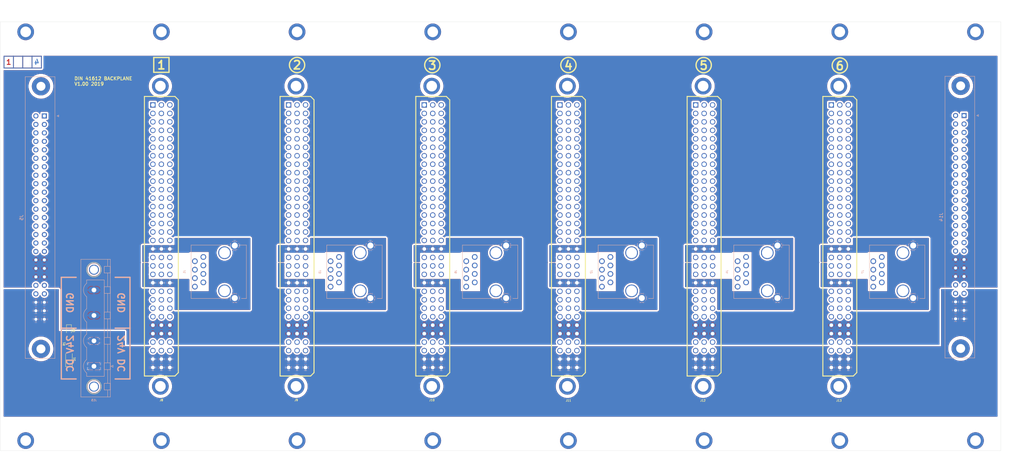
<source format=kicad_pcb>
(kicad_pcb (version 20240108) (generator "pcbnew") (generator_version "8.0")
  (layers (0 "F.Cu" power "GND_TOP") (1 "In1.Cu" signal "Signal") (2 "In2.Cu" power "Power") (31 "B.Cu" power "GND_BOTTOM") (34 "B.Paste" user) (35 "F.Paste" user) (36 "B.SilkS" user "B.Silkscreen") (37 "F.SilkS" user "F.Silkscreen") (38 "B.Mask" user) (39 "F.Mask" user) (44 "Edge.Cuts" user))
  (net 0 "")
  (net 1 "Net-(D1-Pad2)")
  (net 2 "+24V")
  (net 3 "Net-(D2-Pad2)")
  (net 4 "GNDPWR")
  (net 5 "/RX1-")
  (net 6 "/RX1+")
  (net 7 "/TX1-")
  (net 8 "/TX1+")
  (net 9 "GND1")
  (net 10 "/RX4-")
  (net 11 "/RX4+")
  (net 12 "/TX4-")
  (net 13 "/TX4+")
  (net 14 "GND4")
  (net 15 "/RX2-")
  (net 16 "/RX2+")
  (net 17 "/TX2-")
  (net 18 "/TX2+")
  (net 19 "GND2")
  (net 20 "/RX5-")
  (net 21 "/RX5+")
  (net 22 "/TX5-")
  (net 23 "/TX5+")
  (net 24 "GND5")
  (net 25 "/M")
  (net 26 "/L")
  (net 27 "/K")
  (net 28 "/I")
  (net 29 "/H")
  (net 30 "/G")
  (net 31 "/F")
  (net 32 "/E")
  (net 33 "/D")
  (net 34 "/C")
  (net 35 "/B")
  (net 36 "/A")
  (net 37 "/RX3-")
  (net 38 "/RX3+")
  (net 39 "/TX3-")
  (net 40 "/TX3+")
  (net 41 "GND3")
  (net 42 "/RX6-")
  (net 43 "/RX6+")
  (net 44 "/TX6-")
  (net 45 "/TX6+")
  (net 46 "GND6")
  (net 47 "/TRG_GND")
  (net 48 "/TRG_SIG")
  (footprint "Diode_SMD:D_SOD-123" (layer "F.Cu") (at 89.916 173.482 90)
    (property "Reference" "D1")
    (property "Value" "MMSZ5249B-E3-18")
  )
  (footprint "LED_SMD:LED_0603_1608Metric_Pad1.05x0.95mm_HandSolder" (layer "F.Cu") (at 89.916 164.846 -90)
    (property "Reference" "D2")
    (property "Value" "RED")
  )
  (footprint "MountingHole:MountingHole_3.2mm_M3_DIN965_Pad" (layer "F.Cu") (at 158.242 197.9295)
    (property "Reference" "H4")
    (property "Value" "MountingHole")
  )
  (footprint "DIN41612_Backplane:C96ABC" (layer "F.Cu") (at 158.242 136.652 -90)
    (property "Reference" "J9")
    (property "Value" "5535090-4")
  )
  (footprint "DIN41612_Backplane:C96ABC" (layer "F.Cu") (at 198.882 136.652 -90)
    (property "Reference" "J10")
    (property "Value" "5535090-4")
  )
  (footprint "DIN41612_Backplane:C96ABC" (layer "F.Cu") (at 239.522 136.652 -90)
    (property "Reference" "J11")
    (property "Value" "5535090-4")
  )
  (footprint "DIN41612_Backplane:C96ABC" (layer "F.Cu") (at 280.162 136.652 -90)
    (property "Reference" "J12")
    (property "Value" "5535090-4")
  )
  (footprint "DIN41612_Backplane:C96ABC" (layer "F.Cu") (at 320.802 136.652 -90)
    (property "Reference" "J13")
    (property "Value" "5535090-4")
  )
  (footprint "Resistor_SMD:R_0603_1608Metric_Pad1.05x0.95mm_HandSolder" (layer "F.Cu") (at 89.916 168.91 90)
    (property "Reference" "R1")
    (property "Value" "370")
  )
  (footprint "MountingHole:MountingHole_3.2mm_M3_DIN965_Pad" (layer "F.Cu") (at 158.242 75.3745)
    (property "Reference" "H3")
    (property "Value" "MountingHole")
  )
  (footprint "MountingHole:MountingHole_3.2mm_M3_DIN965_Pad" (layer "F.Cu") (at 198.882 75.3745)
    (property "Reference" "H5")
    (property "Value" "MountingHole")
  )
  (footprint "MountingHole:MountingHole_3.2mm_M3_DIN965_Pad" (layer "F.Cu") (at 198.882 197.9295)
    (property "Reference" "H6")
    (property "Value" "MountingHole")
  )
  (footprint "MountingHole:MountingHole_3.2mm_M3_DIN965_Pad" (layer "F.Cu") (at 239.522 75.3745)
    (property "Reference" "H7")
    (property "Value" "MountingHole")
  )
  (footprint "MountingHole:MountingHole_3.2mm_M3_DIN965_Pad" (layer "F.Cu") (at 239.522 197.9295)
    (property "Reference" "H8")
    (property "Value" "MountingHole")
  )
  (footprint "MountingHole:MountingHole_3.2mm_M3_DIN965_Pad" (layer "F.Cu") (at 280.162 197.9295)
    (property "Reference" "H10")
    (property "Value" "MountingHole")
  )
  (footprint "MountingHole:MountingHole_3.2mm_M3_DIN965_Pad" (layer "F.Cu") (at 280.162 75.3745)
    (property "Reference" "H9")
    (property "Value" "MountingHole")
  )
  (footprint "MountingHole:MountingHole_3.2mm_M3_DIN965_Pad" (layer "F.Cu") (at 76.962 197.9295)
    (property "Reference" "H16")
    (property "Value" "MountingHole")
  )
  (footprint "DIN41612_Backplane:C96ABC" (layer "F.Cu") (at 117.602 136.652 -90)
    (property "Reference" "J8")
    (property "Value" "5535090-4")
  )
  (footprint "MountingHole:MountingHole_3.2mm_M3_DIN965_Pad" (layer "F.Cu") (at 320.802 197.9295)
    (property "Reference" "H12")
    (property "Value" "MountingHole")
  )
  (footprint "MountingHole:MountingHole_3.2mm_M3_DIN965_Pad" (layer "F.Cu") (at 117.602 197.9295)
    (property "Reference" "H2")
    (property "Value" "MountingHole")
  )
  (footprint "MountingHole:MountingHole_3.2mm_M3_DIN965_Pad" (layer "F.Cu") (at 117.602 75.3745)
    (property "Reference" "H1")
    (property "Value" "MountingHole")
  )
  (footprint "MountingHole:MountingHole_3.2mm_M3_DIN965_Pad" (layer "F.Cu") (at 76.962 75.3745)
    (property "Reference" "H14")
    (property "Value" "MountingHole")
  )
  (footprint "MountingHole:MountingHole_3.2mm_M3_DIN965_Pad" (layer "F.Cu") (at 361.442 197.9295)
    (property "Reference" "H15")
    (property "Value" "MountingHole")
  )
  (footprint "MountingHole:MountingHole_3.2mm_M3_DIN965_Pad" (layer "F.Cu") (at 361.442 75.3745)
    (property "Reference" "H13")
    (property "Value" "MountingHole")
  )
  (footprint "MountingHole:MountingHole_3.2mm_M3_DIN965_Pad" (layer "F.Cu") (at 320.802 75.3745)
    (property "Reference" "H11")
    (property "Value" "MountingHole")
  )
  (footprint "DIN41612_Backplane:615008138221" (layer "B.Cu") (at 132.08 147.32 -90)
    (property "Reference" "J1")
    (property "Value" "615008138221")
  )
  (footprint "DIN41612_Backplane:615008138221" (layer "B.Cu") (at 254 147.32 -90)
    (property "Reference" "J2")
    (property "Value" "615008138221")
  )
  (footprint "DIN41612_Backplane:615008138221" (layer "B.Cu") (at 172.72 147.32 -90)
    (property "Reference" "J3")
    (property "Value" "615008138221")
  )
  (footprint "DIN41612_Backplane:615008138221" (layer "B.Cu") (at 294.64 147.32 -90)
    (property "Reference" "J4")
    (property "Value" "615008138221")
  )
  (footprint "Connector_IDC:IDC-Header_2x25_P2.54mm_Vertical_Lock" (layer "B.Cu") (at 82.554 100.584 180)
    (property "Reference" "J5")
    (property "Value" "71918-150LF")
  )
  (footprint "DIN41612_Backplane:615008138221" (layer "B.Cu") (at 213.36 147.32 -90)
    (property "Reference" "J6")
    (property "Value" "615008138221")
  )
  (footprint "DIN41612_Backplane:615008138221" (layer "B.Cu") (at 335.28 147.32 -90)
    (property "Reference" "J7")
    (property "Value" "615008138221")
  )
  (footprint "Connector_IDC:IDC-Header_2x25_P2.54mm_Vertical_Lock" (layer "B.Cu") (at 358.017 100.457 180)
    (property "Reference" "J14")
    (property "Value" "71918-150LF")
  )
  (footprint "Connector_Phoenix_GMSTB:PhoenixContact_GMSTBV_2,5_4-GF-7,62_1x04_P7.62mm_Vertical_ThreadedFlange_MountHole" (layer "B.Cu") (at 97.409 175.641 90)
    (property "Reference" "J15")
    (property "Value" "1829170")
  )
  (gr_line (start 108.204 148.971) (end 108.204 164.211) (stroke (width 0.4)) (layer "B.SilkS"))
  (gr_line (start 103.759 148.971) (end 108.204 148.971) (stroke (width 0.4)) (layer "B.SilkS"))
  (gr_line (start 92.075 179.451) (end 87.63 179.451) (stroke (width 0.4)) (layer "B.SilkS"))
  (gr_line (start 87.63 148.971) (end 92.075 148.971) (stroke (width 0.4)) (layer "B.SilkS"))
  (gr_line (start 87.63 164.211) (end 92.075 164.211) (stroke (width 0.4)) (layer "B.SilkS"))
  (gr_line (start 87.63 148.971) (end 87.63 164.211) (stroke (width 0.4)) (layer "B.SilkS"))
  (gr_line (start 87.63 164.211) (end 87.63 179.451) (stroke (width 0.4)) (layer "B.SilkS"))
  (gr_line (start 103.759 164.211) (end 108.204 164.211) (stroke (width 0.4)) (layer "B.SilkS"))
  (gr_line (start 108.204 164.211) (end 108.204 179.451) (stroke (width 0.4)) (layer "B.SilkS"))
  (gr_line (start 108.204 179.451) (end 103.759 179.451) (stroke (width 0.4)) (layer "B.SilkS"))
  (gr_circle (center 320.803991 85.439446) (end 323.089991 85.344) (stroke (width 0.4)) (fill none) (layer "F.SilkS"))
  (gr_line (start 115.316 87.503) (end 115.316 83.058) (stroke (width 0.4)) (layer "F.SilkS"))
  (gr_circle (center 198.755 85.345991) (end 201.041 85.250545) (stroke (width 0.4)) (fill none) (layer "F.SilkS"))
  (gr_line (start 119.888 87.503) (end 115.316 87.503) (stroke (width 0.4)) (layer "F.SilkS"))
  (gr_circle (center 239.522 85.312446) (end 241.808 85.217) (stroke (width 0.4)) (fill none) (layer "F.SilkS"))
  (gr_circle (center 158.242 85.312446) (end 160.528 85.217) (stroke (width 0.4)) (fill none) (layer "F.SilkS"))
  (gr_circle (center 280.035 85.345991) (end 282.321 85.250545) (stroke (width 0.4)) (fill none) (layer "F.SilkS"))
  (gr_line (start 115.316 83.058) (end 119.888 83.058) (stroke (width 0.4)) (layer "F.SilkS"))
  (gr_line (start 119.888 83.058) (end 119.888 87.503) (stroke (width 0.4)) (layer "F.SilkS"))
  (gr_line (start 69.342 72.39) (end 369.062 72.39) (stroke (width 0.05)) (layer "Edge.Cuts"))
  (gr_line (start 369.062 200.914) (end 369.062 72.39) (stroke (width 0.05)) (layer "Edge.Cuts"))
  (gr_line (start 69.342 200.914) (end 369.062 200.914) (stroke (width 0.05)) (layer "Edge.Cuts"))
  (gr_line (start 69.342 72.39) (end 69.342 200.914) (stroke (width 0.05)) (layer "Edge.Cuts"))
  (gr_text "1" (at 71.882 84.455 0) (layer "F.Cu") (effects (font (size 1.5 1.5) (thickness 0.3))))
  (gr_text "4" (at 80.264 84.455 0) (layer "B.Cu") (effects (font (size 1.5 1.5) (thickness 0.3)) (justify mirror)))
  (gr_text "GND" (at 105.664 156.591 90) (layer "B.SilkS") (effects (font (size 2 2) (thickness 0.4)) (justify mirror)))
  (gr_text "24V DC" (at 90.297 171.831 90) (layer "B.SilkS") (effects (font (size 2 2) (thickness 0.4)) (justify mirror)))
  (gr_text "GND" (at 90.297 156.591 90) (layer "B.SilkS") (effects (font (size 2 2) (thickness 0.4)) (justify mirror)))
  (gr_text "24V DC" (at 105.664 171.831 90) (layer "B.SilkS") (effects (font (size 2 2) (thickness 0.4)) (justify mirror)))
  (gr_text "6" (at 320.802 85.598 0) (layer "F.SilkS") (effects (font (size 2.5 2.5) (thickness 0.5))))
  (gr_text "DIN 41612 BACKPLANE\nV1.00 2019" (at 91.44 90.17 0) (layer "F.SilkS") (effects (font (size 1 1) (thickness 0.2)) (justify left)))
  (gr_text "3" (at 198.755 85.471 0) (layer "F.SilkS") (effects (font (size 2.5 2.5) (thickness 0.5))))
  (gr_text "5" (at 280.035 85.471 0) (layer "F.SilkS") (effects (font (size 2.5 2.5) (thickness 0.5))))
  (gr_text "1" (at 117.602 85.344 0) (layer "F.SilkS") (effects (font (size 2.5 2.5) (thickness 0.5))))
  (gr_text "2" (at 158.242 85.344 0) (layer "F.SilkS") (effects (font (size 2.5 2.5) (thickness 0.5))))
  (gr_text "4" (at 239.522 85.471 0) (layer "F.SilkS") (effects (font (size 2.5 2.5) (thickness 0.5))))
  (segment (start 76.073 82.677) (end 76.073 86.233) (width 0.25) (layer "F.Cu") (net 0))
  (segment (start 73.279 82.677) (end 76.073 82.677) (width 0.25) (layer "F.Cu") (net 0))
  (segment (start 76.073 86.233) (end 73.279 86.233) (width 0.25) (layer "F.Cu") (net 0))
  (segment (start 81.661 82.677) (end 81.661 86.233) (width 0.25) (layer "F.Cu") (net 0))
  (segment (start 78.867 82.677) (end 81.661 82.677) (width 0.25) (layer "F.Cu") (net 0))
  (segment (start 78.867 82.677) (end 78.867 86.233) (width 0.25) (layer "F.Cu") (net 0))
  (segment (start 70.485 86.233) (end 70.485 82.677) (width 0.25) (layer "F.Cu") (net 0))
  (segment (start 78.867 86.233) (end 76.073 86.233) (width 0.25) (layer "F.Cu") (net 0))
  (segment (start 81.661 86.233) (end 78.867 86.233) (width 0.25) (layer "F.Cu") (net 0))
  (segment (start 76.073 82.677) (end 78.867 82.677) (width 0.25) (layer "F.Cu") (net 0))
  (segment (start 73.279 86.233) (end 70.485 86.233) (width 0.25) (layer "F.Cu") (net 0))
  (segment (start 70.485 82.677) (end 73.279 82.677) (width 0.25) (layer "F.Cu") (net 0))
  (segment (start 73.279 82.677) (end 73.279 86.233) (width 0.25) (layer "F.Cu") (net 0))
  (segment (start 76.073 82.677) (end 76.073 86.233) (width 0.25) (layer "B.Cu") (net 0))
  (segment (start 70.485 86.233) (end 70.485 82.677) (width 0.25) (layer "B.Cu") (net 0))
  (segment (start 73.279 86.233) (end 70.485 86.233) (width 0.25) (layer "B.Cu") (net 0))
  (segment (start 81.661 82.677) (end 81.661 86.233) (width 0.25) (layer "B.Cu") (net 0))
  (segment (start 76.073 82.677) (end 78.867 82.677) (width 0.25) (layer "B.Cu") (net 0))
  (segment (start 78.867 86.233) (end 76.073 86.233) (width 0.25) (layer "B.Cu") (net 0))
  (segment (start 70.485 82.677) (end 73.279 82.677) (width 0.25) (layer "B.Cu") (net 0))
  (segment (start 73.279 82.677) (end 76.073 82.677) (width 0.25) (layer "B.Cu") (net 0))
  (segment (start 78.867 82.677) (end 78.867 86.233) (width 0.25) (layer "B.Cu") (net 0))
  (segment (start 76.073 86.233) (end 73.279 86.233) (width 0.25) (layer "B.Cu") (net 0))
  (segment (start 78.867 82.677) (end 81.661 82.677) (width 0.25) (layer "B.Cu") (net 0))
  (segment (start 81.661 86.233) (end 78.867 86.233) (width 0.25) (layer "B.Cu") (net 0))
  (segment (start 73.279 82.677) (end 73.279 86.233) (width 0.25) (layer "B.Cu") (net 0))
  (segment (start 89.916 171.832) (end 89.916 169.785) (width 0.25) (layer "F.Cu") (net 1))
  (segment (start 89.916 168.035) (end 89.916 165.975) (width 0.25) (layer "F.Cu") (net 3))
  (zone (net 4) (net_name "GNDPWR") (layer "F.Cu") (connect_pads yes (clearance 0.508)) (min_thickness 0.127) (fill yes (thermal_gap 0.127) (thermal_bridge_width 0.508) (smoothing chamfer) (radius 0.127))
    (polygon (pts (xy 70.358 82.55) (xy 368.046 82.55) (xy 368.046 190.754) (xy 70.358 190.754)))
  )
  (zone (net 46) (net_name "GND6") (layer "F.Cu") (priority 1) (connect_pads (clearance 0.508)) (min_thickness 0.127) (fill yes (thermal_gap 0.127) (thermal_bridge_width 0.508) (smoothing chamfer) (radius 0.127))
    (polygon (pts (xy 347.472 158.75) (xy 324.739 158.75) (xy 324.739 151.892) (xy 315.087 151.892) (xy 315.087 144.653) (xy 316.992 144.653) (xy 316.992 149.479) (xy 329.184 149.479) (xy 329.184 153.162) (xy 335.026 153.162) (xy 335.026 141.351) (xy 329.184 141.351) (xy 329.184 141.605) (xy 316.992 141.605) (xy 316.992 144.399) (xy 315.087 144.399) (xy 315.087 139.319) (xy 324.739 139.319) (xy 324.739 137.16) (xy 347.472 137.16)))
  )
  (zone (net 24) (net_name "GND5") (layer "F.Cu") (priority 1) (connect_pads (clearance 0.508)) (min_thickness 0.127) (fill yes (thermal_gap 0.127) (thermal_bridge_width 0.508) (smoothing chamfer) (radius 0.127))
    (polygon (pts (xy 306.832 158.75) (xy 284.099 158.75) (xy 284.099 151.892) (xy 274.447 151.892) (xy 274.447 144.653) (xy 276.352 144.653) (xy 276.352 149.479) (xy 288.544 149.479) (xy 288.544 153.162) (xy 294.386 153.162) (xy 294.386 141.351) (xy 288.544 141.351) (xy 288.544 141.605) (xy 276.352 141.605) (xy 276.352 144.399) (xy 274.447 144.399) (xy 274.447 139.319) (xy 284.099 139.319) (xy 284.099 137.16) (xy 306.832 137.16)))
  )
  (zone (net 14) (net_name "GND4") (layer "F.Cu") (priority 1) (connect_pads (clearance 0.508)) (min_thickness 0.127) (fill yes (thermal_gap 0.127) (thermal_bridge_width 0.508) (smoothing chamfer) (radius 0.127))
    (polygon (pts (xy 266.192 158.75) (xy 243.459 158.75) (xy 243.459 151.892) (xy 233.807 151.892) (xy 233.807 144.653) (xy 235.712 144.653) (xy 235.712 149.479) (xy 247.904 149.479) (xy 247.904 153.162) (xy 253.746 153.162) (xy 253.746 141.351) (xy 247.904 141.351) (xy 247.904 141.605) (xy 235.712 141.605) (xy 235.712 144.399) (xy 233.807 144.399) (xy 233.807 139.319) (xy 243.459 139.319) (xy 243.459 137.16) (xy 266.192 137.16)))
  )
  (zone (net 41) (net_name "GND3") (layer "F.Cu") (priority 1) (connect_pads (clearance 0.508)) (min_thickness 0.127) (fill yes (thermal_gap 0.127) (thermal_bridge_width 0.508) (smoothing chamfer) (radius 0.127))
    (polygon (pts (xy 225.552 158.75) (xy 202.819 158.75) (xy 202.819 151.892) (xy 193.167 151.892) (xy 193.167 144.653) (xy 195.072 144.653) (xy 195.072 149.479) (xy 207.264 149.479) (xy 207.264 153.162) (xy 213.106 153.162) (xy 213.106 141.351) (xy 207.264 141.351) (xy 207.264 141.605) (xy 195.072 141.605) (xy 195.072 144.399) (xy 193.167 144.399) (xy 193.167 139.319) (xy 202.819 139.319) (xy 202.819 137.16) (xy 225.552 137.16)))
  )
  (zone (net 19) (net_name "GND2") (layer "F.Cu") (priority 1) (connect_pads (clearance 0.508)) (min_thickness 0.127) (fill yes (thermal_gap 0.127) (thermal_bridge_width 0.508) (smoothing chamfer) (radius 0.127))
    (polygon (pts (xy 184.912 158.75) (xy 162.179 158.75) (xy 162.179 151.892) (xy 152.527 151.892) (xy 152.527 144.653) (xy 154.432 144.653) (xy 154.432 149.479) (xy 166.624 149.479) (xy 166.624 153.162) (xy 172.466 153.162) (xy 172.466 141.351) (xy 166.624 141.351) (xy 166.624 141.605) (xy 154.432 141.605) (xy 154.432 144.399) (xy 152.527 144.399) (xy 152.527 139.319) (xy 162.179 139.319) (xy 162.179 137.16) (xy 184.912 137.16)))
  )
  (zone (net 9) (net_name "GND1") (layer "F.Cu") (priority 1) (connect_pads (clearance 0.508)) (min_thickness 0.127) (fill yes (thermal_gap 0.127) (thermal_bridge_width 0.508) (smoothing chamfer) (radius 0.127))
    (polygon (pts (xy 144.272 158.75) (xy 121.539 158.75) (xy 121.539 151.892) (xy 111.887 151.892) (xy 111.887 144.653) (xy 113.792 144.653) (xy 113.792 149.479) (xy 125.984 149.479) (xy 125.984 153.162) (xy 131.826 153.162) (xy 131.826 141.351) (xy 125.984 141.351) (xy 125.984 141.605) (xy 113.792 141.605) (xy 113.792 144.399) (xy 111.887 144.399) (xy 111.887 139.319) (xy 121.539 139.319) (xy 121.539 137.16) (xy 144.272 137.16)))
  )
  (zone (net 2) (net_name "+24V") (layer "F.Cu") (priority 1) (connect_pads (clearance 0.508)) (min_thickness 0.127) (fill yes (thermal_gap 0.127) (thermal_bridge_width 0.508) (smoothing chamfer) (radius 0.127))
    (polygon (pts (xy 86.868 165.1) (xy 106.68 165.1) (xy 106.68 169.672) (xy 351.155 169.672) (xy 351.155 152.527) (xy 368.046 152.527) (xy 368.046 190.754) (xy 70.358 190.754) (xy 70.358 152.527) (xy 86.868 152.527)))
  )
  (zone (net 4) (net_name "GNDPWR") (layer "B.Cu") (connect_pads (clearance 0.508)) (min_thickness 0.127) (fill yes (thermal_gap 0.127) (thermal_bridge_width 0.508) (smoothing chamfer) (radius 0.127))
    (polygon (pts (xy 70.358 82.55) (xy 368.046 82.55) (xy 368.046 190.754) (xy 70.358 190.754)))
  )
  (zone (net 46) (net_name "GND6") (layer "B.Cu") (priority 1) (connect_pads (clearance 0.508)) (min_thickness 0.127) (fill yes (thermal_gap 0.127) (thermal_bridge_width 0.508) (smoothing chamfer) (radius 0.127))
    (polygon (pts (xy 347.472 158.75) (xy 324.739 158.75) (xy 324.739 151.892) (xy 315.087 151.892) (xy 315.087 144.653) (xy 316.992 144.653) (xy 316.992 149.479) (xy 329.184 149.479) (xy 329.184 153.162) (xy 335.026 153.162) (xy 335.026 141.351) (xy 329.184 141.351) (xy 329.184 141.605) (xy 316.992 141.605) (xy 316.992 144.399) (xy 315.087 144.399) (xy 315.087 139.319) (xy 324.739 139.319) (xy 324.739 137.16) (xy 347.472 137.16)))
  )
  (zone (net 24) (net_name "GND5") (layer "B.Cu") (priority 1) (connect_pads (clearance 0.508)) (min_thickness 0.127) (fill yes (thermal_gap 0.127) (thermal_bridge_width 0.508) (smoothing chamfer) (radius 0.127))
    (polygon (pts (xy 306.832 158.75) (xy 284.099 158.75) (xy 284.099 151.892) (xy 274.447 151.892) (xy 274.447 144.653) (xy 276.352 144.653) (xy 276.352 149.479) (xy 288.544 149.479) (xy 288.544 153.162) (xy 294.386 153.162) (xy 294.386 141.351) (xy 288.544 141.351) (xy 288.544 141.605) (xy 276.352 141.605) (xy 276.352 144.399) (xy 274.447 144.399) (xy 274.447 139.319) (xy 284.099 139.319) (xy 284.099 137.16) (xy 306.832 137.16)))
  )
  (zone (net 14) (net_name "GND4") (layer "B.Cu") (priority 1) (connect_pads (clearance 0.508)) (min_thickness 0.127) (fill yes (thermal_gap 0.127) (thermal_bridge_width 0.508) (smoothing chamfer) (radius 0.127))
    (polygon (pts (xy 266.192 158.75) (xy 243.459 158.75) (xy 243.459 151.892) (xy 233.807 151.892) (xy 233.807 144.653) (xy 235.712 144.653) (xy 235.712 149.479) (xy 247.904 149.479) (xy 247.904 153.162) (xy 253.746 153.162) (xy 253.746 141.351) (xy 247.904 141.351) (xy 247.904 141.605) (xy 235.712 141.605) (xy 235.712 144.399) (xy 233.807 144.399) (xy 233.807 139.319) (xy 243.459 139.319) (xy 243.459 137.16) (xy 266.192 137.16)))
  )
  (zone (net 41) (net_name "GND3") (layer "B.Cu") (priority 1) (connect_pads (clearance 0.508)) (min_thickness 0.127) (fill yes (thermal_gap 0.127) (thermal_bridge_width 0.508) (smoothing chamfer) (radius 0.127))
    (polygon (pts (xy 225.552 158.75) (xy 202.819 158.75) (xy 202.819 151.892) (xy 193.167 151.892) (xy 193.167 144.653) (xy 195.072 144.653) (xy 195.072 149.479) (xy 207.264 149.479) (xy 207.264 153.162) (xy 213.106 153.162) (xy 213.106 141.351) (xy 207.264 141.351) (xy 207.264 141.605) (xy 195.072 141.605) (xy 195.072 144.399) (xy 193.167 144.399) (xy 193.167 139.319) (xy 202.819 139.319) (xy 202.819 137.16) (xy 225.552 137.16)))
  )
  (zone (net 19) (net_name "GND2") (layer "B.Cu") (priority 1) (connect_pads (clearance 0.508)) (min_thickness 0.127) (fill yes (thermal_gap 0.127) (thermal_bridge_width 0.508) (smoothing chamfer) (radius 0.127))
    (polygon (pts (xy 184.912 158.75) (xy 162.179 158.75) (xy 162.179 151.892) (xy 152.527 151.892) (xy 152.527 144.653) (xy 154.432 144.653) (xy 154.432 149.479) (xy 166.624 149.479) (xy 166.624 153.162) (xy 172.466 153.162) (xy 172.466 141.351) (xy 166.624 141.351) (xy 166.624 141.605) (xy 154.432 141.605) (xy 154.432 144.399) (xy 152.527 144.399) (xy 152.527 139.319) (xy 162.179 139.319) (xy 162.179 137.16) (xy 184.912 137.16)))
  )
  (zone (net 9) (net_name "GND1") (layer "B.Cu") (priority 1) (connect_pads (clearance 0.508)) (min_thickness 0.127) (fill yes (thermal_gap 0.127) (thermal_bridge_width 0.508) (smoothing chamfer) (radius 0.127))
    (polygon (pts (xy 144.272 158.75) (xy 121.539 158.75) (xy 121.539 151.892) (xy 111.887 151.892) (xy 111.887 144.653) (xy 113.792 144.653) (xy 113.792 149.479) (xy 125.984 149.479) (xy 125.984 153.162) (xy 131.826 153.162) (xy 131.826 141.351) (xy 125.984 141.351) (xy 125.984 141.605) (xy 113.792 141.605) (xy 113.792 144.399) (xy 111.887 144.399) (xy 111.887 139.319) (xy 121.539 139.319) (xy 121.539 137.16) (xy 144.272 137.16)))
  )
  (zone (net 2) (net_name "+24V") (layer "B.Cu") (priority 1) (connect_pads (clearance 0.508)) (min_thickness 0.127) (fill yes (thermal_gap 0.127) (thermal_bridge_width 0.508))
    (polygon (pts (xy 86.868 165.1) (xy 106.68 165.1) (xy 106.68 169.672) (xy 351.155 169.672) (xy 351.155 152.527) (xy 368.046 152.527) (xy 368.046 190.754) (xy 70.358 190.754) (xy 70.358 152.527) (xy 86.868 152.527)))
  )
)
</source>
